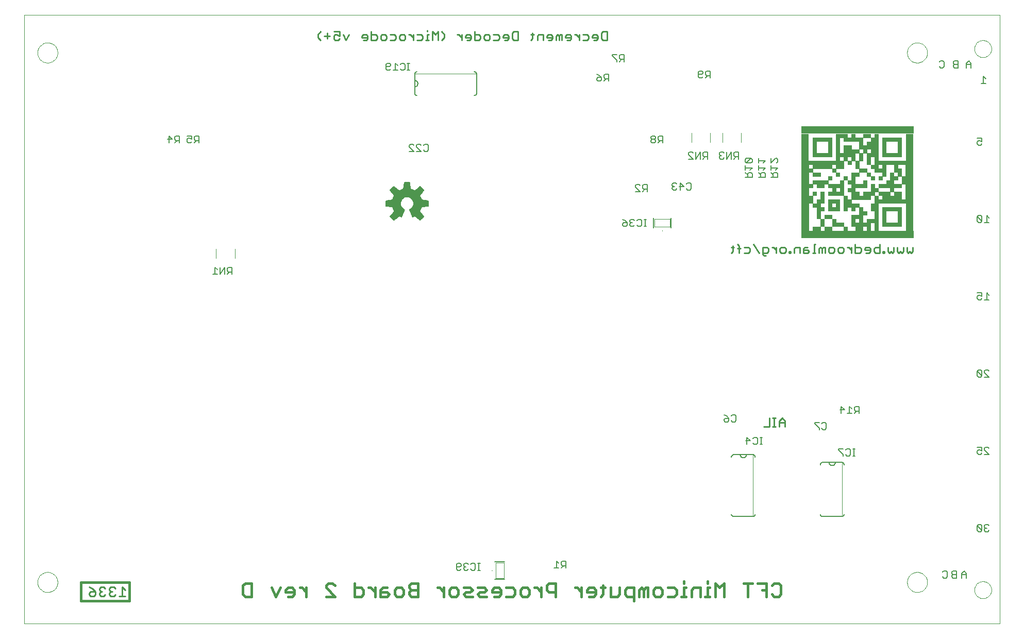
<source format=gbo>
G75*
G70*
%OFA0B0*%
%FSLAX24Y24*%
%IPPOS*%
%LPD*%
%AMOC8*
5,1,8,0,0,1.08239X$1,22.5*
%
%ADD10C,0.0100*%
%ADD11C,0.0150*%
%ADD12C,0.0110*%
%ADD13C,0.0160*%
%ADD14C,0.0050*%
%ADD15C,0.0060*%
%ADD16C,0.0020*%
%ADD17C,0.0004*%
%ADD18C,0.0030*%
%ADD19C,0.0000*%
%ADD20R,0.0250X0.0250*%
%ADD21R,0.1250X0.0250*%
%ADD22R,0.0250X0.0750*%
%ADD23R,0.0500X0.6250*%
%ADD24R,0.7250X0.0500*%
%ADD25C,0.0059*%
%ADD26C,0.0040*%
D10*
X050565Y031420D02*
X050658Y031513D01*
X050658Y031887D01*
X050751Y031793D02*
X050565Y031793D01*
X050970Y031700D02*
X051156Y031700D01*
X051063Y031887D02*
X051063Y031420D01*
X051391Y031420D02*
X051671Y031420D01*
X051764Y031513D01*
X051764Y031700D01*
X051671Y031793D01*
X051391Y031793D01*
X051063Y031887D02*
X050970Y031980D01*
X051998Y031980D02*
X052372Y031420D01*
X052606Y031420D02*
X052886Y031420D01*
X052980Y031513D01*
X052980Y031700D01*
X052886Y031793D01*
X052606Y031793D01*
X052606Y031326D01*
X052699Y031233D01*
X052793Y031233D01*
X053206Y031793D02*
X053299Y031793D01*
X053486Y031606D01*
X053486Y031420D02*
X053486Y031793D01*
X053720Y031700D02*
X053814Y031793D01*
X054000Y031793D01*
X054094Y031700D01*
X054094Y031513D01*
X054000Y031420D01*
X053814Y031420D01*
X053720Y031513D01*
X053720Y031700D01*
X054304Y031513D02*
X054304Y031420D01*
X054398Y031420D01*
X054398Y031513D01*
X054304Y031513D01*
X054632Y031420D02*
X054632Y031700D01*
X054725Y031793D01*
X055005Y031793D01*
X055005Y031420D01*
X055239Y031420D02*
X055520Y031420D01*
X055613Y031513D01*
X055520Y031606D01*
X055239Y031606D01*
X055239Y031700D02*
X055239Y031420D01*
X055239Y031700D02*
X055333Y031793D01*
X055520Y031793D01*
X055925Y031980D02*
X055925Y031420D01*
X056018Y031420D02*
X055831Y031420D01*
X056252Y031420D02*
X056252Y031700D01*
X056346Y031793D01*
X056439Y031700D01*
X056439Y031420D01*
X056626Y031420D02*
X056626Y031793D01*
X056532Y031793D01*
X056439Y031700D01*
X056860Y031700D02*
X056953Y031793D01*
X057140Y031793D01*
X057234Y031700D01*
X057234Y031513D01*
X057140Y031420D01*
X056953Y031420D01*
X056860Y031513D01*
X056860Y031700D01*
X057468Y031700D02*
X057561Y031793D01*
X057748Y031793D01*
X057841Y031700D01*
X057841Y031513D01*
X057748Y031420D01*
X057561Y031420D01*
X057468Y031513D01*
X057468Y031700D01*
X058067Y031793D02*
X058161Y031793D01*
X058348Y031606D01*
X058348Y031420D02*
X058348Y031793D01*
X058582Y031793D02*
X058862Y031793D01*
X058955Y031700D01*
X058955Y031513D01*
X058862Y031420D01*
X058582Y031420D01*
X058582Y031980D01*
X059190Y031700D02*
X059190Y031606D01*
X059563Y031606D01*
X059563Y031513D02*
X059563Y031700D01*
X059470Y031793D01*
X059283Y031793D01*
X059190Y031700D01*
X059283Y031420D02*
X059470Y031420D01*
X059563Y031513D01*
X059797Y031513D02*
X059891Y031420D01*
X060171Y031420D01*
X060171Y031980D01*
X060171Y031793D02*
X059891Y031793D01*
X059797Y031700D01*
X059797Y031513D01*
X060381Y031513D02*
X060381Y031420D01*
X060475Y031420D01*
X060475Y031513D01*
X060381Y031513D01*
X060709Y031513D02*
X060709Y031793D01*
X060709Y031513D02*
X060802Y031420D01*
X060896Y031513D01*
X060989Y031420D01*
X061082Y031513D01*
X061082Y031793D01*
X061317Y031793D02*
X061317Y031513D01*
X061410Y031420D01*
X061503Y031513D01*
X061597Y031420D01*
X061690Y031513D01*
X061690Y031793D01*
X061924Y031793D02*
X061924Y031513D01*
X062018Y031420D01*
X062111Y031513D01*
X062204Y031420D01*
X062298Y031513D01*
X062298Y031793D01*
X056018Y031980D02*
X055925Y031980D01*
X053861Y020730D02*
X053674Y020543D01*
X053674Y020170D01*
X053440Y020170D02*
X053253Y020170D01*
X053347Y020170D02*
X053347Y020730D01*
X053440Y020730D02*
X053253Y020730D01*
X053035Y020730D02*
X053035Y020170D01*
X052661Y020170D01*
X053674Y020450D02*
X054048Y020450D01*
X054048Y020543D02*
X053861Y020730D01*
X054048Y020543D02*
X054048Y020170D01*
X042548Y045170D02*
X042268Y045170D01*
X042174Y045263D01*
X042174Y045637D01*
X042268Y045730D01*
X042548Y045730D01*
X042548Y045170D01*
X041940Y045263D02*
X041940Y045450D01*
X041847Y045543D01*
X041660Y045543D01*
X041567Y045450D01*
X041567Y045356D01*
X041940Y045356D01*
X041940Y045263D02*
X041847Y045170D01*
X041660Y045170D01*
X041332Y045263D02*
X041239Y045170D01*
X040959Y045170D01*
X040725Y045170D02*
X040725Y045543D01*
X040725Y045356D02*
X040538Y045543D01*
X040444Y045543D01*
X040218Y045450D02*
X040125Y045543D01*
X039938Y045543D01*
X039845Y045450D01*
X039845Y045356D01*
X040218Y045356D01*
X040218Y045263D02*
X040218Y045450D01*
X040218Y045263D02*
X040125Y045170D01*
X039938Y045170D01*
X039611Y045170D02*
X039611Y045543D01*
X039517Y045543D01*
X039424Y045450D01*
X039330Y045543D01*
X039237Y045450D01*
X039237Y045170D01*
X039424Y045170D02*
X039424Y045450D01*
X039003Y045450D02*
X038909Y045543D01*
X038723Y045543D01*
X038629Y045450D01*
X038629Y045356D01*
X039003Y045356D01*
X039003Y045263D02*
X039003Y045450D01*
X039003Y045263D02*
X038909Y045170D01*
X038723Y045170D01*
X038395Y045170D02*
X038395Y045543D01*
X038115Y045543D01*
X038022Y045450D01*
X038022Y045170D01*
X037694Y045263D02*
X037601Y045170D01*
X037694Y045263D02*
X037694Y045637D01*
X037787Y045543D02*
X037601Y045543D01*
X036775Y045730D02*
X036494Y045730D01*
X036401Y045637D01*
X036401Y045263D01*
X036494Y045170D01*
X036775Y045170D01*
X036775Y045730D01*
X036167Y045450D02*
X036074Y045543D01*
X035887Y045543D01*
X035793Y045450D01*
X035793Y045356D01*
X036167Y045356D01*
X036167Y045263D02*
X036167Y045450D01*
X036167Y045263D02*
X036074Y045170D01*
X035887Y045170D01*
X035559Y045263D02*
X035466Y045170D01*
X035186Y045170D01*
X034951Y045263D02*
X034858Y045170D01*
X034671Y045170D01*
X034578Y045263D01*
X034578Y045450D01*
X034671Y045543D01*
X034858Y045543D01*
X034951Y045450D01*
X034951Y045263D01*
X035186Y045543D02*
X035466Y045543D01*
X035559Y045450D01*
X035559Y045263D01*
X034344Y045263D02*
X034344Y045450D01*
X034250Y045543D01*
X033970Y045543D01*
X033970Y045730D02*
X033970Y045170D01*
X034250Y045170D01*
X034344Y045263D01*
X033736Y045263D02*
X033736Y045450D01*
X033643Y045543D01*
X033456Y045543D01*
X033362Y045450D01*
X033362Y045356D01*
X033736Y045356D01*
X033736Y045263D02*
X033643Y045170D01*
X033456Y045170D01*
X033128Y045170D02*
X033128Y045543D01*
X032941Y045543D02*
X032848Y045543D01*
X032941Y045543D02*
X033128Y045356D01*
X032014Y045356D02*
X032014Y045543D01*
X031827Y045730D01*
X031609Y045730D02*
X031422Y045543D01*
X031235Y045730D01*
X031235Y045170D01*
X031001Y045170D02*
X030815Y045170D01*
X030908Y045170D02*
X030908Y045543D01*
X031001Y045543D01*
X030908Y045730D02*
X030908Y045823D01*
X030596Y045450D02*
X030503Y045543D01*
X030223Y045543D01*
X029989Y045543D02*
X029989Y045170D01*
X029989Y045356D02*
X029802Y045543D01*
X029708Y045543D01*
X029482Y045450D02*
X029482Y045263D01*
X029389Y045170D01*
X029202Y045170D01*
X029108Y045263D01*
X029108Y045450D01*
X029202Y045543D01*
X029389Y045543D01*
X029482Y045450D01*
X028874Y045450D02*
X028874Y045263D01*
X028781Y045170D01*
X028501Y045170D01*
X028267Y045263D02*
X028173Y045170D01*
X027986Y045170D01*
X027893Y045263D01*
X027893Y045450D01*
X027986Y045543D01*
X028173Y045543D01*
X028267Y045450D01*
X028267Y045263D01*
X028501Y045543D02*
X028781Y045543D01*
X028874Y045450D01*
X027659Y045450D02*
X027566Y045543D01*
X027285Y045543D01*
X027285Y045730D02*
X027285Y045170D01*
X027566Y045170D01*
X027659Y045263D01*
X027659Y045450D01*
X027051Y045450D02*
X026958Y045543D01*
X026771Y045543D01*
X026678Y045450D01*
X026678Y045356D01*
X027051Y045356D01*
X027051Y045263D02*
X027051Y045450D01*
X027051Y045263D02*
X026958Y045170D01*
X026771Y045170D01*
X025836Y045543D02*
X025649Y045170D01*
X025462Y045543D01*
X025228Y045450D02*
X025041Y045543D01*
X024948Y045543D01*
X024854Y045450D01*
X024854Y045263D01*
X024948Y045170D01*
X025135Y045170D01*
X025228Y045263D01*
X025228Y045450D02*
X025228Y045730D01*
X024854Y045730D01*
X024620Y045450D02*
X024247Y045450D01*
X024434Y045637D02*
X024434Y045263D01*
X024013Y045170D02*
X023826Y045356D01*
X023826Y045543D01*
X024013Y045730D01*
X030223Y045170D02*
X030503Y045170D01*
X030596Y045263D01*
X030596Y045450D01*
X031609Y045170D02*
X031609Y045730D01*
X032014Y045356D02*
X031827Y045170D01*
X040959Y045543D02*
X041239Y045543D01*
X041332Y045450D01*
X041332Y045263D01*
D11*
X039194Y010045D02*
X038769Y010045D01*
X038627Y009903D01*
X038627Y009620D01*
X038769Y009478D01*
X039194Y009478D01*
X039194Y009195D02*
X039194Y010045D01*
X040457Y009762D02*
X040599Y009762D01*
X040882Y009478D01*
X040882Y009195D02*
X040882Y009762D01*
X041236Y009620D02*
X041236Y009478D01*
X041803Y009478D01*
X041803Y009336D02*
X041803Y009620D01*
X041661Y009762D01*
X041378Y009762D01*
X041236Y009620D01*
X041378Y009195D02*
X041661Y009195D01*
X041803Y009336D01*
X042133Y009195D02*
X042275Y009336D01*
X042275Y009903D01*
X042417Y009762D02*
X042133Y009762D01*
X042771Y009762D02*
X042771Y009195D01*
X043196Y009195D01*
X043338Y009336D01*
X043338Y009762D01*
X043691Y009620D02*
X043691Y009336D01*
X043833Y009195D01*
X044259Y009195D01*
X044259Y008911D02*
X044259Y009762D01*
X043833Y009762D01*
X043691Y009620D01*
X044612Y009620D02*
X044612Y009195D01*
X044896Y009195D02*
X044896Y009620D01*
X044754Y009762D01*
X044612Y009620D01*
X044896Y009620D02*
X045037Y009762D01*
X045179Y009762D01*
X045179Y009195D01*
X045533Y009336D02*
X045533Y009620D01*
X045675Y009762D01*
X045958Y009762D01*
X046100Y009620D01*
X046100Y009336D01*
X045958Y009195D01*
X045675Y009195D01*
X045533Y009336D01*
X046454Y009195D02*
X046879Y009195D01*
X047021Y009336D01*
X047021Y009620D01*
X046879Y009762D01*
X046454Y009762D01*
X047493Y009762D02*
X047493Y009195D01*
X047635Y009195D02*
X047351Y009195D01*
X047493Y009762D02*
X047635Y009762D01*
X047493Y010045D02*
X047493Y010187D01*
X047988Y009620D02*
X047988Y009195D01*
X047988Y009620D02*
X048130Y009762D01*
X048555Y009762D01*
X048555Y009195D01*
X048886Y009195D02*
X049169Y009195D01*
X049027Y009195D02*
X049027Y009762D01*
X049169Y009762D01*
X049027Y010045D02*
X049027Y010187D01*
X049523Y010045D02*
X049523Y009195D01*
X050090Y009195D02*
X050090Y010045D01*
X049806Y009762D01*
X049523Y010045D01*
X051364Y010045D02*
X051931Y010045D01*
X051648Y010045D02*
X051648Y009195D01*
X052569Y009620D02*
X052852Y009620D01*
X052852Y010045D02*
X052285Y010045D01*
X052852Y010045D02*
X052852Y009195D01*
X053206Y009336D02*
X053348Y009195D01*
X053631Y009195D01*
X053773Y009336D01*
X053773Y009903D01*
X053631Y010045D01*
X053348Y010045D01*
X053206Y009903D01*
X038274Y009762D02*
X038274Y009195D01*
X038274Y009478D02*
X037990Y009762D01*
X037848Y009762D01*
X037506Y009620D02*
X037506Y009336D01*
X037365Y009195D01*
X037081Y009195D01*
X036939Y009336D01*
X036939Y009620D01*
X037081Y009762D01*
X037365Y009762D01*
X037506Y009620D01*
X036586Y009620D02*
X036586Y009336D01*
X036444Y009195D01*
X036019Y009195D01*
X035665Y009336D02*
X035523Y009195D01*
X035240Y009195D01*
X035098Y009478D02*
X035665Y009478D01*
X035665Y009336D02*
X035665Y009620D01*
X035523Y009762D01*
X035240Y009762D01*
X035098Y009620D01*
X035098Y009478D01*
X034744Y009620D02*
X034602Y009762D01*
X034177Y009762D01*
X034319Y009478D02*
X034602Y009478D01*
X034744Y009620D01*
X034744Y009195D02*
X034319Y009195D01*
X034177Y009336D01*
X034319Y009478D01*
X033823Y009620D02*
X033682Y009762D01*
X033256Y009762D01*
X033398Y009478D02*
X033256Y009336D01*
X033398Y009195D01*
X033823Y009195D01*
X033682Y009478D02*
X033823Y009620D01*
X033682Y009478D02*
X033398Y009478D01*
X032903Y009336D02*
X032761Y009195D01*
X032477Y009195D01*
X032336Y009336D01*
X032336Y009620D01*
X032477Y009762D01*
X032761Y009762D01*
X032903Y009620D01*
X032903Y009336D01*
X031982Y009195D02*
X031982Y009762D01*
X031698Y009762D02*
X031557Y009762D01*
X031698Y009762D02*
X031982Y009478D01*
X030294Y009620D02*
X029869Y009620D01*
X029727Y009478D01*
X029727Y009336D01*
X029869Y009195D01*
X030294Y009195D01*
X030294Y010045D01*
X029869Y010045D01*
X029727Y009903D01*
X029727Y009762D01*
X029869Y009620D01*
X029373Y009620D02*
X029373Y009336D01*
X029231Y009195D01*
X028948Y009195D01*
X028806Y009336D01*
X028806Y009620D01*
X028948Y009762D01*
X029231Y009762D01*
X029373Y009620D01*
X028452Y009336D02*
X028311Y009478D01*
X027885Y009478D01*
X027885Y009620D02*
X027885Y009195D01*
X028311Y009195D01*
X028452Y009336D01*
X028311Y009762D02*
X028027Y009762D01*
X027885Y009620D01*
X027532Y009762D02*
X027532Y009195D01*
X027532Y009478D02*
X027248Y009762D01*
X027106Y009762D01*
X026764Y009620D02*
X026623Y009762D01*
X026197Y009762D01*
X026197Y010045D02*
X026197Y009195D01*
X026623Y009195D01*
X026764Y009336D01*
X026764Y009620D01*
X024923Y009903D02*
X024781Y010045D01*
X024497Y010045D01*
X024356Y009903D01*
X024356Y009762D01*
X024923Y009195D01*
X024356Y009195D01*
X023081Y009195D02*
X023081Y009762D01*
X022798Y009762D02*
X022656Y009762D01*
X022798Y009762D02*
X023081Y009478D01*
X022314Y009478D02*
X021747Y009478D01*
X021747Y009620D01*
X021889Y009762D01*
X022172Y009762D01*
X022314Y009620D01*
X022314Y009336D01*
X022172Y009195D01*
X021889Y009195D01*
X021393Y009762D02*
X021110Y009195D01*
X020826Y009762D01*
X019552Y010045D02*
X019552Y009195D01*
X019126Y009195D01*
X018985Y009336D01*
X018985Y009903D01*
X019126Y010045D01*
X019552Y010045D01*
X036019Y009762D02*
X036444Y009762D01*
X036586Y009620D01*
D12*
X011371Y009618D02*
X011174Y009815D01*
X011174Y009225D01*
X011371Y009225D02*
X010977Y009225D01*
X010727Y009323D02*
X010628Y009225D01*
X010431Y009225D01*
X010333Y009323D01*
X010333Y009421D01*
X010431Y009520D01*
X010530Y009520D01*
X010431Y009520D02*
X010333Y009618D01*
X010333Y009717D01*
X010431Y009815D01*
X010628Y009815D01*
X010727Y009717D01*
X010082Y009717D02*
X009984Y009815D01*
X009787Y009815D01*
X009688Y009717D01*
X009688Y009618D01*
X009787Y009520D01*
X009688Y009421D01*
X009688Y009323D01*
X009787Y009225D01*
X009984Y009225D01*
X010082Y009323D01*
X009885Y009520D02*
X009787Y009520D01*
X009437Y009520D02*
X009142Y009520D01*
X009044Y009421D01*
X009044Y009323D01*
X009142Y009225D01*
X009339Y009225D01*
X009437Y009323D01*
X009437Y009520D01*
X009241Y009717D01*
X009044Y009815D01*
D13*
X008498Y010120D02*
X008498Y008920D01*
X011648Y008920D01*
X011648Y010120D01*
X008498Y010120D01*
D14*
X032795Y010970D02*
X032795Y011270D01*
X032870Y011345D01*
X033020Y011345D01*
X033095Y011270D01*
X033095Y011195D01*
X033020Y011120D01*
X032795Y011120D01*
X032795Y010970D02*
X032870Y010895D01*
X033020Y010895D01*
X033095Y010970D01*
X033255Y010970D02*
X033330Y010895D01*
X033481Y010895D01*
X033556Y010970D01*
X033716Y010970D02*
X033791Y010895D01*
X033941Y010895D01*
X034016Y010970D01*
X034016Y011270D01*
X033941Y011345D01*
X033791Y011345D01*
X033716Y011270D01*
X033556Y011270D02*
X033481Y011345D01*
X033330Y011345D01*
X033255Y011270D01*
X033255Y011195D01*
X033330Y011120D01*
X033255Y011045D01*
X033255Y010970D01*
X033330Y011120D02*
X033406Y011120D01*
X034173Y011345D02*
X034323Y011345D01*
X034248Y011345D02*
X034248Y010895D01*
X034323Y010895D02*
X034173Y010895D01*
X035283Y011429D02*
X035913Y011429D01*
X035913Y010310D02*
X035283Y010310D01*
X039112Y011045D02*
X039413Y011045D01*
X039262Y011045D02*
X039262Y011495D01*
X039413Y011345D01*
X039573Y011420D02*
X039573Y011270D01*
X039648Y011195D01*
X039873Y011195D01*
X039723Y011195D02*
X039573Y011045D01*
X039873Y011045D02*
X039873Y011495D01*
X039648Y011495D01*
X039573Y011420D01*
X050106Y020564D02*
X050106Y020639D01*
X050181Y020714D01*
X050406Y020714D01*
X050406Y020564D01*
X050331Y020489D01*
X050181Y020489D01*
X050106Y020564D01*
X050256Y020864D02*
X050406Y020714D01*
X050256Y020864D02*
X050106Y020939D01*
X050566Y020864D02*
X050641Y020939D01*
X050792Y020939D01*
X050867Y020864D01*
X050867Y020564D01*
X050792Y020489D01*
X050641Y020489D01*
X050566Y020564D01*
X051580Y019495D02*
X051806Y019270D01*
X051505Y019270D01*
X051580Y019045D02*
X051580Y019495D01*
X051966Y019420D02*
X052041Y019495D01*
X052191Y019495D01*
X052266Y019420D01*
X052266Y019120D01*
X052191Y019045D01*
X052041Y019045D01*
X051966Y019120D01*
X052423Y019045D02*
X052573Y019045D01*
X052498Y019045D02*
X052498Y019495D01*
X052573Y019495D02*
X052423Y019495D01*
X055956Y020364D02*
X056256Y020064D01*
X056256Y019989D01*
X056416Y020064D02*
X056491Y019989D01*
X056642Y019989D01*
X056717Y020064D01*
X056717Y020364D01*
X056642Y020439D01*
X056491Y020439D01*
X056416Y020364D01*
X056256Y020439D02*
X055956Y020439D01*
X055956Y020364D01*
X057677Y021045D02*
X057677Y021495D01*
X057902Y021270D01*
X057602Y021270D01*
X058062Y021045D02*
X058363Y021045D01*
X058212Y021045D02*
X058212Y021495D01*
X058363Y021345D01*
X058523Y021420D02*
X058523Y021270D01*
X058598Y021195D01*
X058823Y021195D01*
X058673Y021195D02*
X058523Y021045D01*
X058823Y021045D02*
X058823Y021495D01*
X058598Y021495D01*
X058523Y021420D01*
X058498Y018745D02*
X058498Y018295D01*
X058573Y018295D02*
X058423Y018295D01*
X058266Y018370D02*
X058191Y018295D01*
X058041Y018295D01*
X057966Y018370D01*
X057806Y018370D02*
X057806Y018295D01*
X057806Y018370D02*
X057505Y018670D01*
X057505Y018745D01*
X057806Y018745D01*
X057966Y018670D02*
X058041Y018745D01*
X058191Y018745D01*
X058266Y018670D01*
X058266Y018370D01*
X058423Y018745D02*
X058573Y018745D01*
X066483Y018845D02*
X066783Y018845D01*
X066783Y018620D01*
X066633Y018695D01*
X066558Y018695D01*
X066483Y018620D01*
X066483Y018470D01*
X066558Y018395D01*
X066708Y018395D01*
X066783Y018470D01*
X066943Y018395D02*
X067244Y018395D01*
X066943Y018695D01*
X066943Y018770D01*
X067018Y018845D01*
X067169Y018845D01*
X067244Y018770D01*
X067244Y023395D02*
X066943Y023695D01*
X066943Y023770D01*
X067018Y023845D01*
X067169Y023845D01*
X067244Y023770D01*
X067244Y023395D02*
X066943Y023395D01*
X066783Y023470D02*
X066483Y023770D01*
X066483Y023470D01*
X066558Y023395D01*
X066708Y023395D01*
X066783Y023470D01*
X066783Y023770D01*
X066708Y023845D01*
X066558Y023845D01*
X066483Y023770D01*
X066558Y028395D02*
X066708Y028395D01*
X066783Y028470D01*
X066783Y028620D02*
X066633Y028695D01*
X066558Y028695D01*
X066483Y028620D01*
X066483Y028470D01*
X066558Y028395D01*
X066783Y028620D02*
X066783Y028845D01*
X066483Y028845D01*
X067094Y028845D02*
X067094Y028395D01*
X067244Y028395D02*
X066943Y028395D01*
X067244Y028695D02*
X067094Y028845D01*
X067094Y033395D02*
X067094Y033845D01*
X067244Y033695D01*
X067244Y033395D02*
X066943Y033395D01*
X066783Y033470D02*
X066483Y033770D01*
X066483Y033470D01*
X066558Y033395D01*
X066708Y033395D01*
X066783Y033470D01*
X066783Y033770D01*
X066708Y033845D01*
X066558Y033845D01*
X066483Y033770D01*
X066558Y038395D02*
X066708Y038395D01*
X066783Y038470D01*
X066783Y038620D02*
X066633Y038695D01*
X066558Y038695D01*
X066483Y038620D01*
X066483Y038470D01*
X066558Y038395D01*
X066783Y038620D02*
X066783Y038845D01*
X066483Y038845D01*
X066733Y042395D02*
X067033Y042395D01*
X066883Y042395D02*
X066883Y042845D01*
X067033Y042695D01*
X066073Y043395D02*
X066073Y043695D01*
X065923Y043845D01*
X065773Y043695D01*
X065773Y043395D01*
X065773Y043620D02*
X066073Y043620D01*
X065223Y043620D02*
X064998Y043620D01*
X064923Y043545D01*
X064923Y043470D01*
X064998Y043395D01*
X065223Y043395D01*
X065223Y043845D01*
X064998Y043845D01*
X064923Y043770D01*
X064923Y043695D01*
X064998Y043620D01*
X064323Y043770D02*
X064323Y043470D01*
X064248Y043395D01*
X064098Y043395D01*
X064023Y043470D01*
X064023Y043770D02*
X064098Y043845D01*
X064248Y043845D01*
X064323Y043770D01*
X053573Y037459D02*
X053573Y037309D01*
X053498Y037234D01*
X053573Y037459D02*
X053498Y037534D01*
X053423Y037534D01*
X053123Y037234D01*
X053123Y037534D01*
X052773Y037384D02*
X052323Y037384D01*
X052323Y037234D02*
X052323Y037534D01*
X051923Y037459D02*
X051848Y037534D01*
X051548Y037234D01*
X051473Y037309D01*
X051473Y037459D01*
X051548Y037534D01*
X051848Y037534D01*
X051923Y037459D02*
X051923Y037309D01*
X051848Y037234D01*
X051548Y037234D01*
X051473Y037074D02*
X051473Y036774D01*
X051473Y036924D02*
X051923Y036924D01*
X051773Y036774D01*
X051698Y036614D02*
X051623Y036539D01*
X051623Y036313D01*
X051473Y036313D02*
X051923Y036313D01*
X051923Y036539D01*
X051848Y036614D01*
X051698Y036614D01*
X051623Y036464D02*
X051473Y036614D01*
X052323Y036614D02*
X052473Y036464D01*
X052473Y036539D02*
X052473Y036313D01*
X052323Y036313D02*
X052773Y036313D01*
X052773Y036539D01*
X052698Y036614D01*
X052548Y036614D01*
X052473Y036539D01*
X052323Y036774D02*
X052323Y037074D01*
X052323Y036924D02*
X052773Y036924D01*
X052623Y036774D01*
X052623Y037234D02*
X052773Y037384D01*
X053123Y037074D02*
X053123Y036774D01*
X053123Y036924D02*
X053573Y036924D01*
X053423Y036774D01*
X053348Y036614D02*
X053273Y036539D01*
X053273Y036313D01*
X053123Y036313D02*
X053573Y036313D01*
X053573Y036539D01*
X053498Y036614D01*
X053348Y036614D01*
X053273Y036464D02*
X053123Y036614D01*
X051023Y037495D02*
X051023Y037945D01*
X050798Y037945D01*
X050723Y037870D01*
X050723Y037720D01*
X050798Y037645D01*
X051023Y037645D01*
X050873Y037645D02*
X050723Y037495D01*
X050563Y037495D02*
X050563Y037945D01*
X050262Y037495D01*
X050262Y037945D01*
X050102Y037870D02*
X050027Y037945D01*
X049877Y037945D01*
X049802Y037870D01*
X049802Y037795D01*
X049877Y037720D01*
X049802Y037645D01*
X049802Y037570D01*
X049877Y037495D01*
X050027Y037495D01*
X050102Y037570D01*
X049952Y037720D02*
X049877Y037720D01*
X049023Y037645D02*
X048798Y037645D01*
X048723Y037720D01*
X048723Y037870D01*
X048798Y037945D01*
X049023Y037945D01*
X049023Y037495D01*
X048873Y037645D02*
X048723Y037495D01*
X048563Y037495D02*
X048563Y037945D01*
X048262Y037495D01*
X048262Y037945D01*
X048102Y037870D02*
X048027Y037945D01*
X047877Y037945D01*
X047802Y037870D01*
X047802Y037795D01*
X048102Y037495D01*
X047802Y037495D01*
X047741Y035939D02*
X047892Y035939D01*
X047967Y035864D01*
X047967Y035564D01*
X047892Y035489D01*
X047741Y035489D01*
X047666Y035564D01*
X047506Y035714D02*
X047281Y035939D01*
X047281Y035489D01*
X047206Y035714D02*
X047506Y035714D01*
X047666Y035864D02*
X047741Y035939D01*
X047046Y035864D02*
X046971Y035939D01*
X046821Y035939D01*
X046746Y035864D01*
X046746Y035789D01*
X046821Y035714D01*
X046746Y035639D01*
X046746Y035564D01*
X046821Y035489D01*
X046971Y035489D01*
X047046Y035564D01*
X046896Y035714D02*
X046821Y035714D01*
X045123Y035845D02*
X045123Y035395D01*
X045123Y035545D02*
X044898Y035545D01*
X044823Y035620D01*
X044823Y035770D01*
X044898Y035845D01*
X045123Y035845D01*
X044973Y035545D02*
X044823Y035395D01*
X044663Y035395D02*
X044362Y035695D01*
X044362Y035770D01*
X044437Y035845D01*
X044587Y035845D01*
X044663Y035770D01*
X044663Y035395D02*
X044362Y035395D01*
X045539Y033684D02*
X045539Y033055D01*
X045073Y033145D02*
X044923Y033145D01*
X044998Y033145D02*
X044998Y033595D01*
X045073Y033595D02*
X044923Y033595D01*
X044766Y033520D02*
X044766Y033220D01*
X044691Y033145D01*
X044541Y033145D01*
X044466Y033220D01*
X044306Y033220D02*
X044231Y033145D01*
X044080Y033145D01*
X044005Y033220D01*
X044005Y033295D01*
X044080Y033370D01*
X044156Y033370D01*
X044080Y033370D02*
X044005Y033445D01*
X044005Y033520D01*
X044080Y033595D01*
X044231Y033595D01*
X044306Y033520D01*
X044466Y033520D02*
X044541Y033595D01*
X044691Y033595D01*
X044766Y033520D01*
X043845Y033370D02*
X043620Y033370D01*
X043545Y033295D01*
X043545Y033220D01*
X043620Y033145D01*
X043770Y033145D01*
X043845Y033220D01*
X043845Y033370D01*
X043695Y033520D01*
X043545Y033595D01*
X046657Y033684D02*
X046657Y033055D01*
X046123Y038545D02*
X046123Y038995D01*
X045898Y038995D01*
X045823Y038920D01*
X045823Y038770D01*
X045898Y038695D01*
X046123Y038695D01*
X045973Y038695D02*
X045823Y038545D01*
X045663Y038620D02*
X045663Y038695D01*
X045587Y038770D01*
X045437Y038770D01*
X045362Y038695D01*
X045362Y038620D01*
X045437Y038545D01*
X045587Y038545D01*
X045663Y038620D01*
X045587Y038770D02*
X045663Y038845D01*
X045663Y038920D01*
X045587Y038995D01*
X045437Y038995D01*
X045362Y038920D01*
X045362Y038845D01*
X045437Y038770D01*
X042623Y042545D02*
X042623Y042995D01*
X042398Y042995D01*
X042323Y042920D01*
X042323Y042770D01*
X042398Y042695D01*
X042623Y042695D01*
X042473Y042695D02*
X042323Y042545D01*
X042163Y042620D02*
X042087Y042545D01*
X041937Y042545D01*
X041862Y042620D01*
X041862Y042695D01*
X041937Y042770D01*
X042163Y042770D01*
X042163Y042620D01*
X042163Y042770D02*
X042012Y042920D01*
X041862Y042995D01*
X043163Y043795D02*
X043163Y043870D01*
X042862Y044170D01*
X042862Y044245D01*
X043163Y044245D01*
X043323Y044170D02*
X043323Y044020D01*
X043398Y043945D01*
X043623Y043945D01*
X043473Y043945D02*
X043323Y043795D01*
X043623Y043795D02*
X043623Y044245D01*
X043398Y044245D01*
X043323Y044170D01*
X048433Y043120D02*
X048433Y042820D01*
X048508Y042745D01*
X048658Y042745D01*
X048733Y042820D01*
X048658Y042970D02*
X048433Y042970D01*
X048433Y043120D02*
X048508Y043195D01*
X048658Y043195D01*
X048733Y043120D01*
X048733Y043045D01*
X048658Y042970D01*
X048893Y042970D02*
X048968Y042895D01*
X049194Y042895D01*
X049194Y042745D02*
X049194Y043195D01*
X048968Y043195D01*
X048893Y043120D01*
X048893Y042970D01*
X049044Y042895D02*
X048893Y042745D01*
X030967Y038364D02*
X030967Y038064D01*
X030892Y037989D01*
X030741Y037989D01*
X030666Y038064D01*
X030506Y037989D02*
X030206Y038289D01*
X030206Y038364D01*
X030281Y038439D01*
X030431Y038439D01*
X030506Y038364D01*
X030666Y038364D02*
X030741Y038439D01*
X030892Y038439D01*
X030967Y038364D01*
X030506Y037989D02*
X030206Y037989D01*
X030046Y037989D02*
X029746Y038289D01*
X029746Y038364D01*
X029821Y038439D01*
X029971Y038439D01*
X030046Y038364D01*
X030046Y037989D02*
X029746Y037989D01*
X029761Y043245D02*
X029611Y043245D01*
X029686Y043245D02*
X029686Y043695D01*
X029761Y043695D02*
X029611Y043695D01*
X029454Y043620D02*
X029454Y043320D01*
X029379Y043245D01*
X029229Y043245D01*
X029154Y043320D01*
X028994Y043245D02*
X028693Y043245D01*
X028844Y043245D02*
X028844Y043695D01*
X028994Y043545D01*
X029154Y043620D02*
X029229Y043695D01*
X029379Y043695D01*
X029454Y043620D01*
X028533Y043620D02*
X028533Y043545D01*
X028458Y043470D01*
X028233Y043470D01*
X028233Y043620D02*
X028308Y043695D01*
X028458Y043695D01*
X028533Y043620D01*
X028233Y043620D02*
X028233Y043320D01*
X028308Y043245D01*
X028458Y043245D01*
X028533Y043320D01*
X016123Y038995D02*
X015898Y038995D01*
X015823Y038920D01*
X015823Y038770D01*
X015898Y038695D01*
X016123Y038695D01*
X015973Y038695D02*
X015823Y038545D01*
X015663Y038620D02*
X015587Y038545D01*
X015437Y038545D01*
X015362Y038620D01*
X015362Y038770D01*
X015437Y038845D01*
X015512Y038845D01*
X015663Y038770D01*
X015663Y038995D01*
X015362Y038995D01*
X014873Y038995D02*
X014648Y038995D01*
X014573Y038920D01*
X014573Y038770D01*
X014648Y038695D01*
X014873Y038695D01*
X014723Y038695D02*
X014573Y038545D01*
X014413Y038770D02*
X014112Y038770D01*
X014187Y038995D02*
X014413Y038770D01*
X014187Y038545D02*
X014187Y038995D01*
X014873Y038995D02*
X014873Y038545D01*
X016123Y038545D02*
X016123Y038995D01*
X017183Y030495D02*
X017183Y030045D01*
X017333Y030045D02*
X017033Y030045D01*
X017333Y030345D02*
X017183Y030495D01*
X017493Y030495D02*
X017493Y030045D01*
X017794Y030495D01*
X017794Y030045D01*
X017954Y030045D02*
X018104Y030195D01*
X018029Y030195D02*
X018254Y030195D01*
X018254Y030045D02*
X018254Y030495D01*
X018029Y030495D01*
X017954Y030420D01*
X017954Y030270D01*
X018029Y030195D01*
X064233Y010770D02*
X064308Y010845D01*
X064458Y010845D01*
X064533Y010770D01*
X064533Y010470D01*
X064458Y010395D01*
X064308Y010395D01*
X064233Y010470D01*
X064833Y010470D02*
X064908Y010395D01*
X065133Y010395D01*
X065133Y010845D01*
X064908Y010845D01*
X064833Y010770D01*
X064833Y010695D01*
X064908Y010620D01*
X065133Y010620D01*
X064908Y010620D02*
X064833Y010545D01*
X064833Y010470D01*
X065483Y010395D02*
X065483Y010695D01*
X065633Y010845D01*
X065783Y010695D01*
X065783Y010395D01*
X065783Y010620D02*
X065483Y010620D01*
X066558Y013395D02*
X066708Y013395D01*
X066783Y013470D01*
X066483Y013770D01*
X066483Y013470D01*
X066558Y013395D01*
X066783Y013470D02*
X066783Y013770D01*
X066708Y013845D01*
X066558Y013845D01*
X066483Y013770D01*
X066943Y013770D02*
X066943Y013695D01*
X067018Y013620D01*
X066943Y013545D01*
X066943Y013470D01*
X067018Y013395D01*
X067169Y013395D01*
X067244Y013470D01*
X067094Y013620D02*
X067018Y013620D01*
X066943Y013770D02*
X067018Y013845D01*
X067169Y013845D01*
X067244Y013770D01*
D15*
X057718Y014370D02*
X056478Y014370D01*
X056455Y014372D01*
X056432Y014377D01*
X056410Y014386D01*
X056390Y014399D01*
X056372Y014414D01*
X056357Y014432D01*
X056344Y014452D01*
X056335Y014474D01*
X056330Y014497D01*
X056328Y014520D01*
X057718Y014370D02*
X057741Y014372D01*
X057764Y014377D01*
X057786Y014386D01*
X057806Y014399D01*
X057824Y014414D01*
X057839Y014432D01*
X057852Y014452D01*
X057861Y014474D01*
X057866Y014497D01*
X057868Y014520D01*
X057868Y017720D02*
X057866Y017743D01*
X057861Y017766D01*
X057852Y017788D01*
X057839Y017808D01*
X057824Y017826D01*
X057806Y017841D01*
X057786Y017854D01*
X057764Y017863D01*
X057741Y017868D01*
X057718Y017870D01*
X057298Y017870D01*
X056898Y017870D01*
X056478Y017870D01*
X056455Y017868D01*
X056432Y017863D01*
X056410Y017854D01*
X056390Y017841D01*
X056372Y017826D01*
X056357Y017808D01*
X056344Y017788D01*
X056335Y017766D01*
X056330Y017743D01*
X056328Y017720D01*
X056898Y017870D02*
X056900Y017843D01*
X056905Y017816D01*
X056915Y017790D01*
X056927Y017766D01*
X056943Y017744D01*
X056961Y017724D01*
X056983Y017707D01*
X057006Y017692D01*
X057031Y017682D01*
X057057Y017674D01*
X057084Y017670D01*
X057112Y017670D01*
X057139Y017674D01*
X057165Y017682D01*
X057190Y017692D01*
X057213Y017707D01*
X057235Y017724D01*
X057253Y017744D01*
X057269Y017766D01*
X057281Y017790D01*
X057291Y017816D01*
X057296Y017843D01*
X057298Y017870D01*
X052118Y018220D02*
X052116Y018243D01*
X052111Y018266D01*
X052102Y018288D01*
X052089Y018308D01*
X052074Y018326D01*
X052056Y018341D01*
X052036Y018354D01*
X052014Y018363D01*
X051991Y018368D01*
X051968Y018370D01*
X051548Y018370D01*
X051148Y018370D01*
X050728Y018370D01*
X050705Y018368D01*
X050682Y018363D01*
X050660Y018354D01*
X050640Y018341D01*
X050622Y018326D01*
X050607Y018308D01*
X050594Y018288D01*
X050585Y018266D01*
X050580Y018243D01*
X050578Y018220D01*
X051148Y018370D02*
X051150Y018343D01*
X051155Y018316D01*
X051165Y018290D01*
X051177Y018266D01*
X051193Y018244D01*
X051211Y018224D01*
X051233Y018207D01*
X051256Y018192D01*
X051281Y018182D01*
X051307Y018174D01*
X051334Y018170D01*
X051362Y018170D01*
X051389Y018174D01*
X051415Y018182D01*
X051440Y018192D01*
X051463Y018207D01*
X051485Y018224D01*
X051503Y018244D01*
X051519Y018266D01*
X051531Y018290D01*
X051541Y018316D01*
X051546Y018343D01*
X051548Y018370D01*
X052118Y014520D02*
X052116Y014497D01*
X052111Y014474D01*
X052102Y014452D01*
X052089Y014432D01*
X052074Y014414D01*
X052056Y014399D01*
X052036Y014386D01*
X052014Y014377D01*
X051991Y014372D01*
X051968Y014370D01*
X050728Y014370D01*
X050705Y014372D01*
X050682Y014377D01*
X050660Y014386D01*
X050640Y014399D01*
X050622Y014414D01*
X050607Y014432D01*
X050594Y014452D01*
X050585Y014474D01*
X050580Y014497D01*
X050578Y014520D01*
X034098Y041750D02*
X034098Y042990D01*
X034096Y043013D01*
X034091Y043036D01*
X034082Y043058D01*
X034069Y043078D01*
X034054Y043096D01*
X034036Y043111D01*
X034016Y043124D01*
X033994Y043133D01*
X033971Y043138D01*
X033948Y043140D01*
X034098Y041750D02*
X034096Y041727D01*
X034091Y041704D01*
X034082Y041682D01*
X034069Y041662D01*
X034054Y041644D01*
X034036Y041629D01*
X034016Y041616D01*
X033994Y041607D01*
X033971Y041602D01*
X033948Y041600D01*
X030248Y041600D02*
X030225Y041602D01*
X030202Y041607D01*
X030180Y041616D01*
X030160Y041629D01*
X030142Y041644D01*
X030127Y041662D01*
X030114Y041682D01*
X030105Y041704D01*
X030100Y041727D01*
X030098Y041750D01*
X030098Y042170D01*
X030098Y042570D01*
X030098Y042990D01*
X030100Y043013D01*
X030105Y043036D01*
X030114Y043058D01*
X030127Y043078D01*
X030142Y043096D01*
X030160Y043111D01*
X030180Y043124D01*
X030202Y043133D01*
X030225Y043138D01*
X030248Y043140D01*
X030098Y042570D02*
X030125Y042568D01*
X030152Y042563D01*
X030178Y042553D01*
X030202Y042541D01*
X030224Y042525D01*
X030244Y042507D01*
X030261Y042485D01*
X030276Y042462D01*
X030286Y042437D01*
X030294Y042411D01*
X030298Y042384D01*
X030298Y042356D01*
X030294Y042329D01*
X030286Y042303D01*
X030276Y042278D01*
X030261Y042255D01*
X030244Y042233D01*
X030224Y042215D01*
X030202Y042199D01*
X030178Y042187D01*
X030152Y042177D01*
X030125Y042172D01*
X030098Y042170D01*
D16*
X030098Y043000D02*
X034098Y043000D01*
X051978Y018370D02*
X051978Y014370D01*
X057728Y014370D02*
X057728Y017870D01*
D17*
X046098Y032858D02*
X046098Y032862D01*
X035090Y010870D02*
X035086Y010870D01*
D18*
X035338Y010370D02*
X035338Y011373D01*
X035854Y011373D01*
X035854Y010370D01*
X035338Y010370D01*
X045594Y033110D02*
X046598Y033110D01*
X046598Y033625D01*
X045594Y033625D01*
X045594Y033110D01*
D19*
X004848Y046810D02*
X004848Y007430D01*
X067948Y007430D01*
X067948Y046810D01*
X004848Y046810D01*
X005698Y044370D02*
X005700Y044420D01*
X005706Y044470D01*
X005716Y044520D01*
X005729Y044568D01*
X005746Y044616D01*
X005767Y044662D01*
X005791Y044706D01*
X005819Y044748D01*
X005850Y044788D01*
X005884Y044825D01*
X005921Y044860D01*
X005960Y044891D01*
X006001Y044920D01*
X006045Y044945D01*
X006091Y044967D01*
X006138Y044985D01*
X006186Y044999D01*
X006235Y045010D01*
X006285Y045017D01*
X006335Y045020D01*
X006386Y045019D01*
X006436Y045014D01*
X006486Y045005D01*
X006534Y044993D01*
X006582Y044976D01*
X006628Y044956D01*
X006673Y044933D01*
X006716Y044906D01*
X006756Y044876D01*
X006794Y044843D01*
X006829Y044807D01*
X006862Y044768D01*
X006891Y044727D01*
X006917Y044684D01*
X006940Y044639D01*
X006959Y044592D01*
X006974Y044544D01*
X006986Y044495D01*
X006994Y044445D01*
X006998Y044395D01*
X006998Y044345D01*
X006994Y044295D01*
X006986Y044245D01*
X006974Y044196D01*
X006959Y044148D01*
X006940Y044101D01*
X006917Y044056D01*
X006891Y044013D01*
X006862Y043972D01*
X006829Y043933D01*
X006794Y043897D01*
X006756Y043864D01*
X006716Y043834D01*
X006673Y043807D01*
X006628Y043784D01*
X006582Y043764D01*
X006534Y043747D01*
X006486Y043735D01*
X006436Y043726D01*
X006386Y043721D01*
X006335Y043720D01*
X006285Y043723D01*
X006235Y043730D01*
X006186Y043741D01*
X006138Y043755D01*
X006091Y043773D01*
X006045Y043795D01*
X006001Y043820D01*
X005960Y043849D01*
X005921Y043880D01*
X005884Y043915D01*
X005850Y043952D01*
X005819Y043992D01*
X005791Y044034D01*
X005767Y044078D01*
X005746Y044124D01*
X005729Y044172D01*
X005716Y044220D01*
X005706Y044270D01*
X005700Y044320D01*
X005698Y044370D01*
X005698Y010120D02*
X005700Y010170D01*
X005706Y010220D01*
X005716Y010270D01*
X005729Y010318D01*
X005746Y010366D01*
X005767Y010412D01*
X005791Y010456D01*
X005819Y010498D01*
X005850Y010538D01*
X005884Y010575D01*
X005921Y010610D01*
X005960Y010641D01*
X006001Y010670D01*
X006045Y010695D01*
X006091Y010717D01*
X006138Y010735D01*
X006186Y010749D01*
X006235Y010760D01*
X006285Y010767D01*
X006335Y010770D01*
X006386Y010769D01*
X006436Y010764D01*
X006486Y010755D01*
X006534Y010743D01*
X006582Y010726D01*
X006628Y010706D01*
X006673Y010683D01*
X006716Y010656D01*
X006756Y010626D01*
X006794Y010593D01*
X006829Y010557D01*
X006862Y010518D01*
X006891Y010477D01*
X006917Y010434D01*
X006940Y010389D01*
X006959Y010342D01*
X006974Y010294D01*
X006986Y010245D01*
X006994Y010195D01*
X006998Y010145D01*
X006998Y010095D01*
X006994Y010045D01*
X006986Y009995D01*
X006974Y009946D01*
X006959Y009898D01*
X006940Y009851D01*
X006917Y009806D01*
X006891Y009763D01*
X006862Y009722D01*
X006829Y009683D01*
X006794Y009647D01*
X006756Y009614D01*
X006716Y009584D01*
X006673Y009557D01*
X006628Y009534D01*
X006582Y009514D01*
X006534Y009497D01*
X006486Y009485D01*
X006436Y009476D01*
X006386Y009471D01*
X006335Y009470D01*
X006285Y009473D01*
X006235Y009480D01*
X006186Y009491D01*
X006138Y009505D01*
X006091Y009523D01*
X006045Y009545D01*
X006001Y009570D01*
X005960Y009599D01*
X005921Y009630D01*
X005884Y009665D01*
X005850Y009702D01*
X005819Y009742D01*
X005791Y009784D01*
X005767Y009828D01*
X005746Y009874D01*
X005729Y009922D01*
X005716Y009970D01*
X005706Y010020D01*
X005700Y010070D01*
X005698Y010120D01*
X061948Y010120D02*
X061950Y010170D01*
X061956Y010220D01*
X061966Y010270D01*
X061979Y010318D01*
X061996Y010366D01*
X062017Y010412D01*
X062041Y010456D01*
X062069Y010498D01*
X062100Y010538D01*
X062134Y010575D01*
X062171Y010610D01*
X062210Y010641D01*
X062251Y010670D01*
X062295Y010695D01*
X062341Y010717D01*
X062388Y010735D01*
X062436Y010749D01*
X062485Y010760D01*
X062535Y010767D01*
X062585Y010770D01*
X062636Y010769D01*
X062686Y010764D01*
X062736Y010755D01*
X062784Y010743D01*
X062832Y010726D01*
X062878Y010706D01*
X062923Y010683D01*
X062966Y010656D01*
X063006Y010626D01*
X063044Y010593D01*
X063079Y010557D01*
X063112Y010518D01*
X063141Y010477D01*
X063167Y010434D01*
X063190Y010389D01*
X063209Y010342D01*
X063224Y010294D01*
X063236Y010245D01*
X063244Y010195D01*
X063248Y010145D01*
X063248Y010095D01*
X063244Y010045D01*
X063236Y009995D01*
X063224Y009946D01*
X063209Y009898D01*
X063190Y009851D01*
X063167Y009806D01*
X063141Y009763D01*
X063112Y009722D01*
X063079Y009683D01*
X063044Y009647D01*
X063006Y009614D01*
X062966Y009584D01*
X062923Y009557D01*
X062878Y009534D01*
X062832Y009514D01*
X062784Y009497D01*
X062736Y009485D01*
X062686Y009476D01*
X062636Y009471D01*
X062585Y009470D01*
X062535Y009473D01*
X062485Y009480D01*
X062436Y009491D01*
X062388Y009505D01*
X062341Y009523D01*
X062295Y009545D01*
X062251Y009570D01*
X062210Y009599D01*
X062171Y009630D01*
X062134Y009665D01*
X062100Y009702D01*
X062069Y009742D01*
X062041Y009784D01*
X062017Y009828D01*
X061996Y009874D01*
X061979Y009922D01*
X061966Y009970D01*
X061956Y010020D01*
X061950Y010070D01*
X061948Y010120D01*
X066298Y009620D02*
X066300Y009667D01*
X066306Y009713D01*
X066316Y009759D01*
X066329Y009803D01*
X066347Y009847D01*
X066368Y009888D01*
X066392Y009928D01*
X066420Y009966D01*
X066451Y010001D01*
X066485Y010033D01*
X066521Y010062D01*
X066560Y010088D01*
X066600Y010111D01*
X066643Y010130D01*
X066687Y010146D01*
X066732Y010158D01*
X066778Y010166D01*
X066825Y010170D01*
X066871Y010170D01*
X066918Y010166D01*
X066964Y010158D01*
X067009Y010146D01*
X067053Y010130D01*
X067096Y010111D01*
X067136Y010088D01*
X067175Y010062D01*
X067211Y010033D01*
X067245Y010001D01*
X067276Y009966D01*
X067304Y009928D01*
X067328Y009888D01*
X067349Y009847D01*
X067367Y009803D01*
X067380Y009759D01*
X067390Y009713D01*
X067396Y009667D01*
X067398Y009620D01*
X067396Y009573D01*
X067390Y009527D01*
X067380Y009481D01*
X067367Y009437D01*
X067349Y009393D01*
X067328Y009352D01*
X067304Y009312D01*
X067276Y009274D01*
X067245Y009239D01*
X067211Y009207D01*
X067175Y009178D01*
X067136Y009152D01*
X067096Y009129D01*
X067053Y009110D01*
X067009Y009094D01*
X066964Y009082D01*
X066918Y009074D01*
X066871Y009070D01*
X066825Y009070D01*
X066778Y009074D01*
X066732Y009082D01*
X066687Y009094D01*
X066643Y009110D01*
X066600Y009129D01*
X066560Y009152D01*
X066521Y009178D01*
X066485Y009207D01*
X066451Y009239D01*
X066420Y009274D01*
X066392Y009312D01*
X066368Y009352D01*
X066347Y009393D01*
X066329Y009437D01*
X066316Y009481D01*
X066306Y009527D01*
X066300Y009573D01*
X066298Y009620D01*
X061948Y044370D02*
X061950Y044420D01*
X061956Y044470D01*
X061966Y044520D01*
X061979Y044568D01*
X061996Y044616D01*
X062017Y044662D01*
X062041Y044706D01*
X062069Y044748D01*
X062100Y044788D01*
X062134Y044825D01*
X062171Y044860D01*
X062210Y044891D01*
X062251Y044920D01*
X062295Y044945D01*
X062341Y044967D01*
X062388Y044985D01*
X062436Y044999D01*
X062485Y045010D01*
X062535Y045017D01*
X062585Y045020D01*
X062636Y045019D01*
X062686Y045014D01*
X062736Y045005D01*
X062784Y044993D01*
X062832Y044976D01*
X062878Y044956D01*
X062923Y044933D01*
X062966Y044906D01*
X063006Y044876D01*
X063044Y044843D01*
X063079Y044807D01*
X063112Y044768D01*
X063141Y044727D01*
X063167Y044684D01*
X063190Y044639D01*
X063209Y044592D01*
X063224Y044544D01*
X063236Y044495D01*
X063244Y044445D01*
X063248Y044395D01*
X063248Y044345D01*
X063244Y044295D01*
X063236Y044245D01*
X063224Y044196D01*
X063209Y044148D01*
X063190Y044101D01*
X063167Y044056D01*
X063141Y044013D01*
X063112Y043972D01*
X063079Y043933D01*
X063044Y043897D01*
X063006Y043864D01*
X062966Y043834D01*
X062923Y043807D01*
X062878Y043784D01*
X062832Y043764D01*
X062784Y043747D01*
X062736Y043735D01*
X062686Y043726D01*
X062636Y043721D01*
X062585Y043720D01*
X062535Y043723D01*
X062485Y043730D01*
X062436Y043741D01*
X062388Y043755D01*
X062341Y043773D01*
X062295Y043795D01*
X062251Y043820D01*
X062210Y043849D01*
X062171Y043880D01*
X062134Y043915D01*
X062100Y043952D01*
X062069Y043992D01*
X062041Y044034D01*
X062017Y044078D01*
X061996Y044124D01*
X061979Y044172D01*
X061966Y044220D01*
X061956Y044270D01*
X061950Y044320D01*
X061948Y044370D01*
X066298Y044620D02*
X066300Y044667D01*
X066306Y044713D01*
X066316Y044759D01*
X066329Y044803D01*
X066347Y044847D01*
X066368Y044888D01*
X066392Y044928D01*
X066420Y044966D01*
X066451Y045001D01*
X066485Y045033D01*
X066521Y045062D01*
X066560Y045088D01*
X066600Y045111D01*
X066643Y045130D01*
X066687Y045146D01*
X066732Y045158D01*
X066778Y045166D01*
X066825Y045170D01*
X066871Y045170D01*
X066918Y045166D01*
X066964Y045158D01*
X067009Y045146D01*
X067053Y045130D01*
X067096Y045111D01*
X067136Y045088D01*
X067175Y045062D01*
X067211Y045033D01*
X067245Y045001D01*
X067276Y044966D01*
X067304Y044928D01*
X067328Y044888D01*
X067349Y044847D01*
X067367Y044803D01*
X067380Y044759D01*
X067390Y044713D01*
X067396Y044667D01*
X067398Y044620D01*
X067396Y044573D01*
X067390Y044527D01*
X067380Y044481D01*
X067367Y044437D01*
X067349Y044393D01*
X067328Y044352D01*
X067304Y044312D01*
X067276Y044274D01*
X067245Y044239D01*
X067211Y044207D01*
X067175Y044178D01*
X067136Y044152D01*
X067096Y044129D01*
X067053Y044110D01*
X067009Y044094D01*
X066964Y044082D01*
X066918Y044074D01*
X066871Y044070D01*
X066825Y044070D01*
X066778Y044074D01*
X066732Y044082D01*
X066687Y044094D01*
X066643Y044110D01*
X066600Y044129D01*
X066560Y044152D01*
X066521Y044178D01*
X066485Y044207D01*
X066451Y044239D01*
X066420Y044274D01*
X066392Y044312D01*
X066368Y044352D01*
X066347Y044393D01*
X066329Y044437D01*
X066316Y044481D01*
X066306Y044527D01*
X066300Y044573D01*
X066298Y044620D01*
D20*
X059973Y038995D03*
X059973Y038745D03*
X059723Y038745D03*
X059723Y038495D03*
X059973Y038495D03*
X059973Y038245D03*
X059723Y038245D03*
X059473Y038245D03*
X059473Y038495D03*
X059223Y038245D03*
X058973Y038245D03*
X058973Y038495D03*
X058973Y038745D03*
X058723Y038745D03*
X058473Y038745D03*
X058473Y038995D03*
X058223Y038745D03*
X057973Y038745D03*
X057973Y038995D03*
X057723Y038995D03*
X057473Y038995D03*
X057473Y038745D03*
X057473Y038495D03*
X057473Y038245D03*
X057473Y037995D03*
X057473Y037745D03*
X057723Y037745D03*
X057973Y037745D03*
X057973Y037995D03*
X057973Y038245D03*
X058223Y038245D03*
X058223Y037995D03*
X058473Y037995D03*
X058723Y037995D03*
X058973Y037745D03*
X058973Y037495D03*
X058723Y037245D03*
X058723Y036995D03*
X058973Y036745D03*
X059223Y036745D03*
X059473Y036495D03*
X059723Y036245D03*
X060223Y036245D03*
X060473Y036495D03*
X060473Y036745D03*
X060473Y036995D03*
X060473Y037245D03*
X060723Y037245D03*
X060973Y037245D03*
X061223Y037245D03*
X061473Y037245D03*
X061723Y037245D03*
X061973Y037245D03*
X061973Y036995D03*
X061973Y036745D03*
X061973Y036495D03*
X061973Y036245D03*
X061723Y036245D03*
X061723Y035995D03*
X061973Y035995D03*
X061973Y035745D03*
X061973Y035495D03*
X061973Y035245D03*
X061973Y034995D03*
X061973Y034745D03*
X061723Y034745D03*
X061473Y034745D03*
X061473Y034995D03*
X061473Y035245D03*
X061223Y035245D03*
X061223Y034995D03*
X060973Y034995D03*
X060723Y034995D03*
X060723Y035245D03*
X060473Y035245D03*
X060223Y035245D03*
X059973Y035495D03*
X059723Y035495D03*
X059723Y035745D03*
X060223Y035745D03*
X060473Y035745D03*
X060723Y035745D03*
X060723Y035995D03*
X060973Y035995D03*
X060973Y036245D03*
X060973Y036495D03*
X061223Y036745D03*
X061223Y036995D03*
X061473Y036745D03*
X061473Y036495D03*
X061223Y036245D03*
X061223Y035745D03*
X061473Y035745D03*
X060973Y035745D03*
X060973Y035495D03*
X060473Y034995D03*
X060473Y034745D03*
X060723Y034745D03*
X060973Y034745D03*
X061223Y034745D03*
X060223Y034745D03*
X059973Y034745D03*
X059973Y034995D03*
X059723Y035245D03*
X059473Y035245D03*
X059223Y035245D03*
X059223Y034995D03*
X059473Y034995D03*
X058973Y034995D03*
X058723Y034995D03*
X058723Y035245D03*
X058473Y035245D03*
X058473Y035495D03*
X058473Y035745D03*
X058473Y035995D03*
X058473Y036245D03*
X058473Y036495D03*
X058723Y036495D03*
X059223Y035995D03*
X059223Y035745D03*
X058973Y035745D03*
X058723Y035745D03*
X058223Y035995D03*
X057973Y036245D03*
X057723Y035995D03*
X057723Y035745D03*
X057473Y035745D03*
X057223Y035745D03*
X056973Y035745D03*
X056723Y035995D03*
X056473Y035995D03*
X056223Y035995D03*
X055973Y035995D03*
X056223Y035745D03*
X056473Y035745D03*
X056473Y035245D03*
X056473Y034995D03*
X056473Y034995D03*
X056473Y034745D03*
X056473Y034745D03*
X056223Y034745D03*
X056223Y034745D03*
X056223Y034495D03*
X056223Y034495D03*
X055973Y034495D03*
X055973Y034495D03*
X055723Y034745D03*
X055723Y034745D03*
X055723Y034995D03*
X055723Y034995D03*
X055473Y034995D03*
X055473Y034995D03*
X055473Y035245D03*
X055473Y035495D03*
X055473Y035745D03*
X055473Y035995D03*
X055473Y036245D03*
X055473Y036495D03*
X055473Y036745D03*
X055473Y036995D03*
X055473Y037245D03*
X055723Y037245D03*
X055973Y037245D03*
X056223Y037245D03*
X056473Y037245D03*
X056723Y037245D03*
X056973Y037245D03*
X057223Y037245D03*
X057473Y037245D03*
X057473Y037495D03*
X057723Y037245D03*
X057723Y036995D03*
X057473Y036995D03*
X057223Y036745D03*
X056973Y036995D03*
X056723Y036995D03*
X056473Y036995D03*
X056223Y036995D03*
X055973Y036995D03*
X055723Y036745D03*
X055973Y036495D03*
X056223Y036495D03*
X056973Y036245D03*
X057473Y036495D03*
X057723Y035495D03*
X057723Y035245D03*
X057473Y035245D03*
X057223Y035245D03*
X057223Y035495D03*
X056973Y035245D03*
X056973Y034745D03*
X057223Y034745D03*
X057473Y034745D03*
X057473Y034495D03*
X057473Y034245D03*
X057223Y034245D03*
X056973Y034245D03*
X056973Y034495D03*
X056473Y034245D03*
X056223Y034245D03*
X056223Y034245D03*
X056223Y033995D03*
X056223Y033745D03*
X056223Y033745D03*
X056473Y033495D03*
X056473Y033495D03*
X056473Y033245D03*
X056473Y033245D03*
X056723Y032995D03*
X056723Y032995D03*
X056973Y032995D03*
X057223Y033245D03*
X057223Y033495D03*
X056973Y033745D03*
X056723Y033745D03*
X056723Y033745D03*
X057473Y033245D03*
X057723Y033245D03*
X057973Y032995D03*
X058473Y033245D03*
X058473Y033495D03*
X058473Y033745D03*
X058723Y033745D03*
X058973Y033745D03*
X058973Y033995D03*
X058973Y034245D03*
X058723Y034495D03*
X058473Y034495D03*
X058223Y034495D03*
X058223Y034745D03*
X057973Y034745D03*
X057973Y034995D03*
X058473Y034995D03*
X058223Y035495D03*
X057973Y034495D03*
X057973Y034245D03*
X058473Y034245D03*
X059223Y033995D03*
X059723Y034245D03*
X059723Y034495D03*
X059973Y034495D03*
X059973Y034245D03*
X059973Y033995D03*
X059973Y033745D03*
X059973Y033495D03*
X059723Y033495D03*
X059473Y033495D03*
X059473Y033245D03*
X059223Y033245D03*
X058973Y033245D03*
X058973Y033495D03*
X058723Y033245D03*
X058723Y032995D03*
X058973Y032995D03*
X059473Y032995D03*
X059973Y032995D03*
X059973Y033245D03*
X056223Y032995D03*
X056223Y032995D03*
X055973Y032995D03*
X055973Y032995D03*
X055473Y032995D03*
X055473Y032995D03*
X055473Y033245D03*
X055473Y033245D03*
X055473Y033495D03*
X055473Y033495D03*
X055473Y033745D03*
X055473Y033745D03*
X055473Y033995D03*
X055473Y033995D03*
X055473Y034245D03*
X055473Y034245D03*
X055473Y034495D03*
X055473Y034495D03*
X055473Y034745D03*
X055473Y034745D03*
X055973Y035245D03*
X055723Y035745D03*
X057973Y037495D03*
X058223Y037745D03*
X058473Y037745D03*
X058473Y037495D03*
X058223Y037245D03*
X059473Y037245D03*
X059473Y037495D03*
X059473Y037745D03*
X059723Y037745D03*
X059723Y037995D03*
X059973Y037995D03*
X059973Y037745D03*
X059973Y037495D03*
X059973Y037245D03*
X060223Y037245D03*
X059973Y036995D03*
X059723Y036995D03*
X059973Y036745D03*
X060223Y036745D03*
X059223Y037995D03*
X059223Y038995D03*
X059473Y038995D03*
D21*
X060973Y038745D03*
X060973Y037745D03*
X060973Y034245D03*
X060973Y033245D03*
X056473Y037745D03*
X056473Y038745D03*
D22*
X056973Y038245D03*
X055973Y038245D03*
X060473Y038245D03*
X061473Y038245D03*
X061473Y033745D03*
X060473Y033745D03*
D23*
X062098Y035995D03*
X055348Y035995D03*
D24*
X058723Y039370D03*
X058723Y032620D03*
D25*
X030966Y034452D02*
X030521Y034406D01*
X030492Y034306D01*
X030452Y034209D01*
X030401Y034118D01*
X030684Y033771D01*
X030446Y033534D01*
X030100Y033816D01*
X030032Y033777D01*
X029960Y033744D01*
X029763Y034222D01*
X029827Y034255D01*
X029885Y034298D01*
X029935Y034351D01*
X029975Y034411D01*
X030004Y034477D01*
X030022Y034547D01*
X030029Y034620D01*
X030021Y034700D01*
X029998Y034778D01*
X029962Y034850D01*
X029913Y034913D01*
X029852Y034967D01*
X029783Y035008D01*
X029707Y035036D01*
X029627Y035049D01*
X029547Y035047D01*
X029468Y035030D01*
X029393Y034998D01*
X029326Y034954D01*
X029269Y034897D01*
X029223Y034831D01*
X029190Y034757D01*
X029171Y034678D01*
X029168Y034597D01*
X029179Y034518D01*
X028230Y034518D01*
X028230Y034576D02*
X029171Y034576D01*
X029169Y034633D02*
X028230Y034633D01*
X028230Y034691D02*
X029174Y034691D01*
X029188Y034748D02*
X028230Y034748D01*
X028230Y034787D02*
X028675Y034833D01*
X028704Y034933D01*
X028744Y035030D01*
X028794Y035122D01*
X028512Y035468D01*
X028750Y035705D01*
X029096Y035423D01*
X029188Y035473D01*
X029284Y035513D01*
X029385Y035543D01*
X029430Y035987D01*
X029766Y035987D01*
X029811Y035543D01*
X029911Y035513D01*
X030008Y035473D01*
X030100Y035423D01*
X030446Y035705D01*
X030684Y035468D01*
X030401Y035122D01*
X030452Y035030D01*
X030492Y034933D01*
X030521Y034833D01*
X030966Y034787D01*
X030966Y034452D01*
X030966Y034460D02*
X029997Y034460D01*
X030015Y034518D02*
X030966Y034518D01*
X030966Y034576D02*
X030025Y034576D01*
X030027Y034633D02*
X030966Y034633D01*
X030966Y034691D02*
X030022Y034691D01*
X030007Y034748D02*
X030966Y034748D01*
X030783Y034806D02*
X029984Y034806D01*
X029951Y034864D02*
X030512Y034864D01*
X030495Y034921D02*
X029904Y034921D01*
X029833Y034979D02*
X030473Y034979D01*
X030448Y035036D02*
X029705Y035036D01*
X029497Y035036D02*
X028748Y035036D01*
X028723Y034979D02*
X029364Y034979D01*
X029293Y034921D02*
X028700Y034921D01*
X028684Y034864D02*
X029245Y034864D01*
X029212Y034806D02*
X028413Y034806D01*
X028230Y034787D02*
X028230Y034452D01*
X028675Y034406D01*
X028704Y034306D01*
X028744Y034209D01*
X028794Y034118D01*
X028512Y033771D01*
X028750Y033534D01*
X029096Y033816D01*
X029164Y033777D01*
X029235Y033744D01*
X029433Y034222D01*
X029362Y034259D01*
X029299Y034310D01*
X029246Y034371D01*
X029206Y034441D01*
X029179Y034518D01*
X029199Y034460D02*
X028230Y034460D01*
X028676Y034403D02*
X029228Y034403D01*
X029268Y034345D02*
X028693Y034345D01*
X028712Y034288D02*
X029326Y034288D01*
X029417Y034230D02*
X028735Y034230D01*
X028764Y034172D02*
X029413Y034172D01*
X029389Y034115D02*
X028792Y034115D01*
X028745Y034057D02*
X029365Y034057D01*
X029341Y034000D02*
X028698Y034000D01*
X028651Y033942D02*
X029317Y033942D01*
X029293Y033884D02*
X028604Y033884D01*
X028557Y033827D02*
X029270Y033827D01*
X029246Y033769D02*
X029182Y033769D01*
X029038Y033769D02*
X028514Y033769D01*
X028572Y033712D02*
X028968Y033712D01*
X028897Y033654D02*
X028629Y033654D01*
X028687Y033596D02*
X028826Y033596D01*
X028756Y033539D02*
X028744Y033539D01*
X029807Y034115D02*
X030404Y034115D01*
X030432Y034172D02*
X029783Y034172D01*
X029779Y034230D02*
X030460Y034230D01*
X030484Y034288D02*
X029870Y034288D01*
X029929Y034345D02*
X030503Y034345D01*
X030520Y034403D02*
X029969Y034403D01*
X029831Y034057D02*
X030450Y034057D01*
X030497Y034000D02*
X029855Y034000D01*
X029879Y033942D02*
X030544Y033942D01*
X030591Y033884D02*
X029902Y033884D01*
X029926Y033827D02*
X030638Y033827D01*
X030682Y033769D02*
X030157Y033769D01*
X030228Y033712D02*
X030624Y033712D01*
X030567Y033654D02*
X030299Y033654D01*
X030369Y033596D02*
X030509Y033596D01*
X030451Y033539D02*
X030440Y033539D01*
X030014Y033769D02*
X029950Y033769D01*
X030416Y035094D02*
X028779Y035094D01*
X028770Y035152D02*
X030426Y035152D01*
X030473Y035209D02*
X028723Y035209D01*
X028676Y035267D02*
X030520Y035267D01*
X030567Y035324D02*
X028629Y035324D01*
X028582Y035382D02*
X030614Y035382D01*
X030661Y035440D02*
X030120Y035440D01*
X030070Y035440D02*
X029126Y035440D01*
X029075Y035440D02*
X028535Y035440D01*
X028541Y035497D02*
X029005Y035497D01*
X028934Y035555D02*
X028599Y035555D01*
X028657Y035612D02*
X028864Y035612D01*
X028793Y035670D02*
X028714Y035670D01*
X029245Y035497D02*
X029951Y035497D01*
X029810Y035555D02*
X029386Y035555D01*
X029392Y035612D02*
X029804Y035612D01*
X029798Y035670D02*
X029398Y035670D01*
X029404Y035728D02*
X029792Y035728D01*
X029786Y035785D02*
X029409Y035785D01*
X029415Y035843D02*
X029780Y035843D01*
X029775Y035900D02*
X029421Y035900D01*
X029427Y035958D02*
X029769Y035958D01*
X030191Y035497D02*
X030654Y035497D01*
X030597Y035555D02*
X030262Y035555D01*
X030332Y035612D02*
X030539Y035612D01*
X030482Y035670D02*
X030403Y035670D01*
D26*
X018458Y031665D02*
X018458Y031074D01*
X017238Y031074D02*
X017238Y031665D01*
X047988Y038574D02*
X047988Y039165D01*
X049208Y039165D02*
X049208Y038574D01*
X049988Y038574D02*
X049988Y039165D01*
X051208Y039165D02*
X051208Y038574D01*
M02*

</source>
